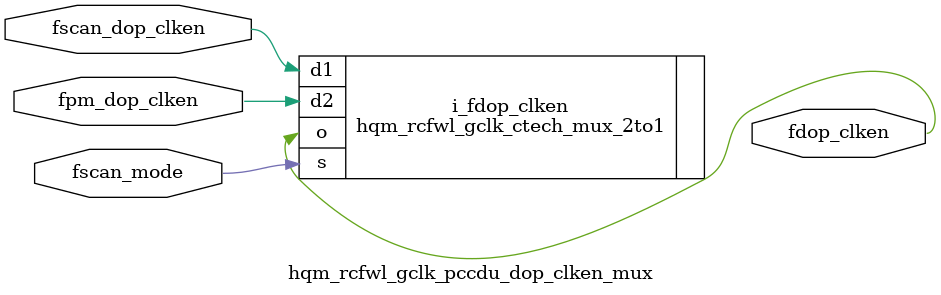
<source format=sv>

module hqm_rcfwl_gclk_pccdu_dop_clken_mux (
    // DOP functional controls
    input  logic fpm_dop_clken,       // functional clock enable

    // scan controls
    input  logic fscan_mode,          // scan mode active
    input  logic fscan_dop_clken,       // functional/scan shift output clock to partition

    // outputs
    output logic fdop_clken          // dop clock enable
  );

  hqm_rcfwl_gclk_ctech_mux_2to1 i_fdop_clken( .d1(fscan_dop_clken), .d2(fpm_dop_clken), .s(fscan_mode), .o(fdop_clken) );

endmodule

</source>
